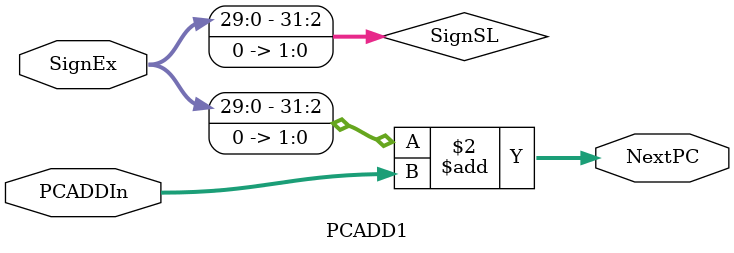
<source format=v>
`timescale 1ns / 1ps


module PCADD1(
    input [31:0] PCADDIn,
    input [31:0] SignEx,
    output [31:0] NextPC
    );
    wire [31:0] SignSL;
    assign SignSL = SignEx << 2;
    assign NextPC = SignSL + PCADDIn;
endmodule

</source>
